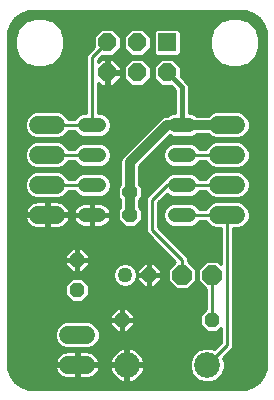
<source format=gbl>
G75*
G70*
%OFA0B0*%
%FSLAX24Y24*%
%IPPOS*%
%LPD*%
%AMOC8*
5,1,8,0,0,1.08239X$1,22.5*
%
%ADD10C,0.0480*%
%ADD11R,0.0600X0.0600*%
%ADD12OC8,0.0600*%
%ADD13OC8,0.0480*%
%ADD14OC8,0.0660*%
%ADD15OC8,0.0500*%
%ADD16C,0.0500*%
%ADD17C,0.0600*%
%ADD18C,0.0860*%
%ADD19C,0.0160*%
%ADD20C,0.0320*%
%ADD21C,0.0100*%
D10*
X002910Y006150D02*
X003390Y006150D01*
X003390Y007150D02*
X002910Y007150D01*
X002910Y008150D02*
X003390Y008150D01*
X003390Y009150D02*
X002910Y009150D01*
X005910Y009150D02*
X006390Y009150D01*
X006390Y008150D02*
X005910Y008150D01*
X005910Y007150D02*
X006390Y007150D01*
X006390Y006150D02*
X005910Y006150D01*
D11*
X005650Y011900D03*
D12*
X005650Y010900D03*
X004650Y010900D03*
X004650Y011900D03*
X003650Y011900D03*
X003650Y010900D03*
D13*
X002650Y004650D03*
X002650Y003650D03*
X004150Y002650D03*
X007150Y002650D03*
D14*
X007150Y004150D03*
X006150Y004150D03*
D15*
X005050Y004150D03*
X004400Y006150D03*
X004400Y006900D03*
D16*
X004250Y004150D03*
D17*
X002950Y002150D02*
X002350Y002150D01*
X002350Y001150D02*
X002950Y001150D01*
X001950Y006150D02*
X001350Y006150D01*
X001350Y007150D02*
X001950Y007150D01*
X001950Y008150D02*
X001350Y008150D01*
X001350Y009150D02*
X001950Y009150D01*
X007350Y009150D02*
X007950Y009150D01*
X007950Y008150D02*
X007350Y008150D01*
X007350Y007150D02*
X007950Y007150D01*
X007950Y006150D02*
X007350Y006150D01*
D18*
X006989Y001150D03*
X004311Y001150D03*
D19*
X006150Y009150D02*
X006150Y010400D01*
X005650Y010900D01*
D20*
X005650Y009150D02*
X006150Y009150D01*
X007650Y009150D01*
X005650Y009150D02*
X004400Y007900D01*
X004400Y006900D01*
X004400Y006150D01*
X005050Y004650D02*
X003400Y004650D01*
X003150Y004650D01*
X003400Y004650D02*
X003400Y002650D01*
D21*
X000584Y000584D02*
X000437Y000787D01*
X000360Y001025D01*
X000350Y001150D01*
X000350Y012150D01*
X000360Y012275D01*
X000437Y012513D01*
X000584Y012716D01*
X000787Y012863D01*
X001025Y012940D01*
X001150Y012950D01*
X008150Y012950D01*
X008275Y012940D01*
X008513Y012863D01*
X008716Y012716D01*
X008863Y012513D01*
X008940Y012275D01*
X008950Y012150D01*
X008950Y001150D01*
X008940Y001025D01*
X008863Y000787D01*
X008716Y000584D01*
X008513Y000437D01*
X008275Y000360D01*
X008150Y000350D01*
X001150Y000350D01*
X001025Y000360D01*
X000787Y000437D01*
X000584Y000584D01*
X000640Y000544D02*
X008660Y000544D01*
X008758Y000643D02*
X007279Y000643D01*
X007317Y000658D02*
X007480Y000821D01*
X007569Y001035D01*
X007569Y001265D01*
X007515Y001394D01*
X007733Y001611D01*
X007850Y001729D01*
X007850Y005700D01*
X008040Y005700D01*
X008205Y005769D01*
X008331Y005895D01*
X008400Y006060D01*
X008950Y006060D01*
X008950Y005962D02*
X008359Y005962D01*
X008400Y006060D02*
X008400Y006240D01*
X008331Y006405D01*
X008205Y006531D01*
X008040Y006600D01*
X007260Y006600D01*
X007095Y006531D01*
X006969Y006405D01*
X006946Y006350D01*
X006729Y006350D01*
X006721Y006371D01*
X006611Y006481D01*
X006468Y006540D01*
X005832Y006540D01*
X005689Y006481D01*
X005579Y006371D01*
X005520Y006228D01*
X005520Y006072D01*
X005579Y005929D01*
X005689Y005819D01*
X005832Y005760D01*
X006468Y005760D01*
X006611Y005819D01*
X006721Y005929D01*
X006729Y005950D01*
X006946Y005950D01*
X006969Y005895D01*
X007095Y005769D01*
X007260Y005700D01*
X007450Y005700D01*
X007450Y004529D01*
X007349Y004630D01*
X006951Y004630D01*
X006670Y004349D01*
X006670Y003951D01*
X006950Y003671D01*
X006950Y003002D01*
X006760Y002812D01*
X006760Y002488D01*
X006988Y002260D01*
X007312Y002260D01*
X007450Y002398D01*
X007450Y001894D01*
X007232Y001677D01*
X007104Y001730D01*
X006873Y001730D01*
X006660Y001642D01*
X006497Y001479D01*
X006409Y001265D01*
X006409Y001035D01*
X006497Y000821D01*
X006660Y000658D01*
X006873Y000570D01*
X007104Y000570D01*
X007317Y000658D01*
X007400Y000741D02*
X008830Y000741D01*
X008880Y000840D02*
X007488Y000840D01*
X007529Y000938D02*
X008912Y000938D01*
X008941Y001037D02*
X007569Y001037D01*
X007569Y001135D02*
X008949Y001135D01*
X008950Y001234D02*
X007569Y001234D01*
X007541Y001332D02*
X008950Y001332D01*
X008950Y001431D02*
X007552Y001431D01*
X007650Y001529D02*
X008950Y001529D01*
X008950Y001628D02*
X007749Y001628D01*
X007847Y001726D02*
X008950Y001726D01*
X008950Y001825D02*
X007850Y001825D01*
X007850Y001923D02*
X008950Y001923D01*
X008950Y002022D02*
X007850Y002022D01*
X007850Y002120D02*
X008950Y002120D01*
X008950Y002219D02*
X007850Y002219D01*
X007850Y002317D02*
X008950Y002317D01*
X008950Y002416D02*
X007850Y002416D01*
X007850Y002514D02*
X008950Y002514D01*
X008950Y002613D02*
X007850Y002613D01*
X007850Y002711D02*
X008950Y002711D01*
X008950Y002810D02*
X007850Y002810D01*
X007850Y002908D02*
X008950Y002908D01*
X008950Y003007D02*
X007850Y003007D01*
X007850Y003105D02*
X008950Y003105D01*
X008950Y003204D02*
X007850Y003204D01*
X007850Y003302D02*
X008950Y003302D01*
X008950Y003401D02*
X007850Y003401D01*
X007850Y003499D02*
X008950Y003499D01*
X008950Y003598D02*
X007850Y003598D01*
X007850Y003696D02*
X008950Y003696D01*
X008950Y003795D02*
X007850Y003795D01*
X007850Y003893D02*
X008950Y003893D01*
X008950Y003992D02*
X007850Y003992D01*
X007850Y004090D02*
X008950Y004090D01*
X008950Y004189D02*
X007850Y004189D01*
X007850Y004287D02*
X008950Y004287D01*
X008950Y004386D02*
X007850Y004386D01*
X007850Y004484D02*
X008950Y004484D01*
X008950Y004583D02*
X007850Y004583D01*
X007850Y004681D02*
X008950Y004681D01*
X008950Y004780D02*
X007850Y004780D01*
X007850Y004878D02*
X008950Y004878D01*
X008950Y004977D02*
X007850Y004977D01*
X007850Y005075D02*
X008950Y005075D01*
X008950Y005174D02*
X007850Y005174D01*
X007850Y005272D02*
X008950Y005272D01*
X008950Y005371D02*
X007850Y005371D01*
X007850Y005469D02*
X008950Y005469D01*
X008950Y005568D02*
X007850Y005568D01*
X007850Y005666D02*
X008950Y005666D01*
X008950Y005765D02*
X008195Y005765D01*
X008299Y005863D02*
X008950Y005863D01*
X008950Y006159D02*
X008400Y006159D01*
X008393Y006257D02*
X008950Y006257D01*
X008950Y006356D02*
X008352Y006356D01*
X008282Y006454D02*
X008950Y006454D01*
X008950Y006553D02*
X008154Y006553D01*
X008040Y006700D02*
X008205Y006769D01*
X008331Y006895D01*
X008400Y007060D01*
X008400Y007240D01*
X008331Y007405D01*
X008205Y007531D01*
X008040Y007600D01*
X007260Y007600D01*
X007095Y007531D01*
X006969Y007405D01*
X006946Y007350D01*
X006729Y007350D01*
X006721Y007371D01*
X006611Y007481D01*
X006468Y007540D01*
X005832Y007540D01*
X005689Y007481D01*
X005579Y007371D01*
X005571Y007350D01*
X005567Y007350D01*
X005450Y007233D01*
X004950Y006733D01*
X004950Y005567D01*
X005067Y005450D01*
X005919Y004598D01*
X005670Y004349D01*
X005670Y003951D01*
X005951Y003670D01*
X006349Y003670D01*
X006630Y003951D01*
X006630Y004349D01*
X006350Y004629D01*
X006350Y004733D01*
X005350Y005733D01*
X005350Y006567D01*
X005646Y006863D01*
X005689Y006819D01*
X005832Y006760D01*
X006468Y006760D01*
X006611Y006819D01*
X006721Y006929D01*
X006729Y006950D01*
X006946Y006950D01*
X006969Y006895D01*
X007095Y006769D01*
X007260Y006700D01*
X008040Y006700D01*
X008159Y006750D02*
X008950Y006750D01*
X008950Y006848D02*
X008284Y006848D01*
X008353Y006947D02*
X008950Y006947D01*
X008950Y007045D02*
X008394Y007045D01*
X008400Y007144D02*
X008950Y007144D01*
X008950Y007242D02*
X008399Y007242D01*
X008358Y007341D02*
X008950Y007341D01*
X008950Y007439D02*
X008297Y007439D01*
X008190Y007538D02*
X008950Y007538D01*
X008950Y007636D02*
X004710Y007636D01*
X004710Y007538D02*
X005826Y007538D01*
X005647Y007439D02*
X004710Y007439D01*
X004710Y007341D02*
X005558Y007341D01*
X005459Y007242D02*
X004710Y007242D01*
X004710Y007156D02*
X004710Y007772D01*
X005738Y008799D01*
X005832Y008760D01*
X006468Y008760D01*
X006611Y008819D01*
X006632Y008840D01*
X007024Y008840D01*
X007095Y008769D01*
X007260Y008700D01*
X008040Y008700D01*
X008205Y008769D01*
X008331Y008895D01*
X008400Y009060D01*
X008400Y009240D01*
X008331Y009405D01*
X008205Y009531D01*
X008040Y009600D01*
X007260Y009600D01*
X007095Y009531D01*
X007024Y009460D01*
X006632Y009460D01*
X006611Y009481D01*
X006468Y009540D01*
X006380Y009540D01*
X006380Y010495D01*
X006245Y010630D01*
X006100Y010775D01*
X006100Y011086D01*
X005836Y011350D01*
X005464Y011350D01*
X005200Y011086D01*
X005200Y010714D01*
X005464Y010450D01*
X005775Y010450D01*
X005920Y010305D01*
X005920Y009540D01*
X005832Y009540D01*
X005689Y009481D01*
X005668Y009460D01*
X005588Y009460D01*
X005474Y009413D01*
X005387Y009326D01*
X005387Y009326D01*
X004224Y008163D01*
X004137Y008076D01*
X004090Y007962D01*
X004090Y007156D01*
X004000Y007066D01*
X004000Y006734D01*
X004090Y006644D01*
X004090Y006406D01*
X004000Y006316D01*
X004000Y005984D01*
X004234Y005750D01*
X004566Y005750D01*
X004800Y005984D01*
X004800Y006316D01*
X004710Y006406D01*
X004710Y006644D01*
X004800Y006734D01*
X004800Y007066D01*
X004710Y007156D01*
X004722Y007144D02*
X005361Y007144D01*
X005262Y007045D02*
X004800Y007045D01*
X004800Y006947D02*
X005164Y006947D01*
X005065Y006848D02*
X004800Y006848D01*
X004800Y006750D02*
X004967Y006750D01*
X004950Y006651D02*
X004717Y006651D01*
X004710Y006553D02*
X004950Y006553D01*
X004950Y006454D02*
X004710Y006454D01*
X004760Y006356D02*
X004950Y006356D01*
X004950Y006257D02*
X004800Y006257D01*
X004800Y006159D02*
X004950Y006159D01*
X004950Y006060D02*
X004800Y006060D01*
X004777Y005962D02*
X004950Y005962D01*
X004950Y005863D02*
X004679Y005863D01*
X004580Y005765D02*
X004950Y005765D01*
X004950Y005666D02*
X000350Y005666D01*
X000350Y005568D02*
X004950Y005568D01*
X005048Y005469D02*
X000350Y005469D01*
X000350Y005371D02*
X005147Y005371D01*
X005245Y005272D02*
X000350Y005272D01*
X000350Y005174D02*
X005344Y005174D01*
X005442Y005075D02*
X000350Y005075D01*
X000350Y004977D02*
X002425Y004977D01*
X002488Y005040D02*
X002260Y004812D01*
X002260Y004680D01*
X002620Y004680D01*
X002620Y005040D01*
X002488Y005040D01*
X002326Y004878D02*
X000350Y004878D01*
X000350Y004780D02*
X002260Y004780D01*
X002260Y004681D02*
X000350Y004681D01*
X000350Y004583D02*
X002260Y004583D01*
X002260Y004620D02*
X002260Y004488D01*
X002488Y004260D01*
X002620Y004260D01*
X002620Y004620D01*
X002260Y004620D01*
X002264Y004484D02*
X000350Y004484D01*
X000350Y004386D02*
X002363Y004386D01*
X002461Y004287D02*
X000350Y004287D01*
X000350Y004189D02*
X003850Y004189D01*
X003850Y004230D02*
X003850Y004070D01*
X003911Y003923D01*
X004023Y003811D01*
X004170Y003750D01*
X004330Y003750D01*
X004477Y003811D01*
X004589Y003923D01*
X004650Y004070D01*
X004650Y004230D01*
X004589Y004377D01*
X004477Y004489D01*
X004330Y004550D01*
X004170Y004550D01*
X004023Y004489D01*
X003911Y004377D01*
X003850Y004230D01*
X003874Y004287D02*
X002839Y004287D01*
X002812Y004260D02*
X003040Y004488D01*
X003040Y004620D01*
X002680Y004620D01*
X002680Y004680D01*
X002620Y004680D01*
X002620Y004620D01*
X002680Y004620D01*
X002680Y004260D01*
X002812Y004260D01*
X002937Y004386D02*
X003920Y004386D01*
X004018Y004484D02*
X003036Y004484D01*
X003040Y004583D02*
X005904Y004583D01*
X005836Y004681D02*
X003040Y004681D01*
X003040Y004680D02*
X003040Y004812D01*
X002812Y005040D01*
X002680Y005040D01*
X002680Y004680D01*
X003040Y004680D01*
X003040Y004780D02*
X005738Y004780D01*
X005639Y004878D02*
X002974Y004878D01*
X002875Y004977D02*
X005541Y004977D01*
X005811Y005272D02*
X007450Y005272D01*
X007450Y005174D02*
X005909Y005174D01*
X006008Y005075D02*
X007450Y005075D01*
X007450Y004977D02*
X006106Y004977D01*
X006205Y004878D02*
X007450Y004878D01*
X007450Y004780D02*
X006303Y004780D01*
X006350Y004681D02*
X007450Y004681D01*
X007450Y004583D02*
X007396Y004583D01*
X007150Y004150D02*
X007150Y002650D01*
X006931Y002317D02*
X004369Y002317D01*
X004312Y002260D02*
X004540Y002488D01*
X004540Y002620D01*
X004180Y002620D01*
X004180Y002680D01*
X004540Y002680D01*
X004540Y002812D01*
X004312Y003040D01*
X004180Y003040D01*
X004180Y002680D01*
X004120Y002680D01*
X004120Y003040D01*
X003988Y003040D01*
X003760Y002812D01*
X003760Y002680D01*
X004120Y002680D01*
X004120Y002620D01*
X004180Y002620D01*
X004180Y002260D01*
X004312Y002260D01*
X004180Y002317D02*
X004120Y002317D01*
X004120Y002260D02*
X004120Y002620D01*
X003760Y002620D01*
X003760Y002488D01*
X003988Y002260D01*
X004120Y002260D01*
X004120Y002416D02*
X004180Y002416D01*
X004180Y002514D02*
X004120Y002514D01*
X004120Y002613D02*
X004180Y002613D01*
X004150Y002650D02*
X003650Y002650D01*
X003400Y002650D01*
X003205Y002531D02*
X003331Y002405D01*
X003400Y002240D01*
X003400Y002060D01*
X003331Y001895D01*
X003205Y001769D01*
X003040Y001700D01*
X002260Y001700D01*
X002095Y001769D01*
X001969Y001895D01*
X001900Y002060D01*
X001900Y002240D01*
X001969Y002405D01*
X002095Y002531D01*
X002260Y002600D01*
X003040Y002600D01*
X003205Y002531D01*
X003222Y002514D02*
X003760Y002514D01*
X003760Y002613D02*
X000350Y002613D01*
X000350Y002711D02*
X003760Y002711D01*
X003760Y002810D02*
X000350Y002810D01*
X000350Y002908D02*
X003856Y002908D01*
X003955Y003007D02*
X000350Y003007D01*
X000350Y003105D02*
X006950Y003105D01*
X006950Y003007D02*
X004345Y003007D01*
X004444Y002908D02*
X006856Y002908D01*
X006760Y002810D02*
X004540Y002810D01*
X004540Y002711D02*
X006760Y002711D01*
X006760Y002613D02*
X004540Y002613D01*
X004540Y002514D02*
X006760Y002514D01*
X006833Y002416D02*
X004467Y002416D01*
X004180Y002711D02*
X004120Y002711D01*
X004120Y002810D02*
X004180Y002810D01*
X004180Y002908D02*
X004120Y002908D01*
X004120Y003007D02*
X004180Y003007D01*
X003833Y002416D02*
X003321Y002416D01*
X003368Y002317D02*
X003931Y002317D01*
X003650Y002650D02*
X003650Y001150D01*
X002650Y001150D01*
X002700Y001135D02*
X004261Y001135D01*
X004261Y001100D02*
X003732Y001100D01*
X003746Y001014D01*
X003774Y000927D01*
X003815Y000846D01*
X003869Y000772D01*
X003934Y000708D01*
X004007Y000654D01*
X004089Y000612D01*
X004176Y000584D01*
X004261Y000571D01*
X004261Y001100D01*
X004261Y001200D01*
X003732Y001200D01*
X003746Y001286D01*
X003774Y001373D01*
X003815Y001454D01*
X003869Y001528D01*
X003934Y001592D01*
X004007Y001646D01*
X004089Y001688D01*
X004176Y001716D01*
X004261Y001729D01*
X004261Y001200D01*
X004361Y001200D01*
X004361Y001729D01*
X004447Y001716D01*
X004534Y001688D01*
X004615Y001646D01*
X004689Y001592D01*
X004754Y001528D01*
X004807Y001454D01*
X004849Y001373D01*
X004877Y001286D01*
X004891Y001200D01*
X004361Y001200D01*
X004361Y001100D01*
X004361Y000571D01*
X004447Y000584D01*
X004534Y000612D01*
X004615Y000654D01*
X004689Y000708D01*
X004754Y000772D01*
X004807Y000846D01*
X004849Y000927D01*
X004877Y001014D01*
X004891Y001100D01*
X004361Y001100D01*
X004261Y001100D01*
X004261Y001037D02*
X004361Y001037D01*
X004361Y001135D02*
X006409Y001135D01*
X006409Y001037D02*
X004881Y001037D01*
X004852Y000938D02*
X006449Y000938D01*
X006489Y000840D02*
X004803Y000840D01*
X004723Y000741D02*
X006577Y000741D01*
X006698Y000643D02*
X004593Y000643D01*
X004361Y000643D02*
X004261Y000643D01*
X004261Y000741D02*
X004361Y000741D01*
X004361Y000840D02*
X004261Y000840D01*
X004261Y000938D02*
X004361Y000938D01*
X004311Y001150D02*
X003650Y001150D01*
X003737Y001234D02*
X003392Y001234D01*
X003389Y001255D02*
X003367Y001323D01*
X003335Y001386D01*
X003293Y001443D01*
X003243Y001493D01*
X003186Y001535D01*
X003123Y001567D01*
X003055Y001589D01*
X002985Y001600D01*
X002700Y001600D01*
X002700Y001200D01*
X002600Y001200D01*
X002600Y001600D01*
X002315Y001600D01*
X002245Y001589D01*
X002177Y001567D01*
X002114Y001535D01*
X002057Y001493D01*
X002007Y001443D01*
X001965Y001386D01*
X001933Y001323D01*
X001911Y001255D01*
X001902Y001200D01*
X002600Y001200D01*
X002600Y001100D01*
X002700Y001100D01*
X002700Y001200D01*
X003398Y001200D01*
X003389Y001255D01*
X003362Y001332D02*
X003761Y001332D01*
X003803Y001431D02*
X003302Y001431D01*
X003194Y001529D02*
X003870Y001529D01*
X003982Y001628D02*
X000350Y001628D01*
X000350Y001726D02*
X002198Y001726D01*
X002106Y001529D02*
X000350Y001529D01*
X000350Y001431D02*
X001998Y001431D01*
X001938Y001332D02*
X000350Y001332D01*
X000350Y001234D02*
X001908Y001234D01*
X001902Y001100D02*
X001911Y001045D01*
X001933Y000977D01*
X001965Y000914D01*
X002007Y000857D01*
X002057Y000807D01*
X002114Y000765D01*
X002177Y000733D01*
X002245Y000711D01*
X002315Y000700D01*
X002600Y000700D01*
X002600Y001100D01*
X001902Y001100D01*
X001914Y001037D02*
X000359Y001037D01*
X000351Y001135D02*
X002600Y001135D01*
X002600Y001037D02*
X002700Y001037D01*
X002700Y001100D02*
X002700Y000700D01*
X002985Y000700D01*
X003055Y000711D01*
X003123Y000733D01*
X003186Y000765D01*
X003243Y000807D01*
X003293Y000857D01*
X003335Y000914D01*
X003367Y000977D01*
X003389Y001045D01*
X003398Y001100D01*
X002700Y001100D01*
X002700Y001234D02*
X002600Y001234D01*
X002600Y001332D02*
X002700Y001332D01*
X002700Y001431D02*
X002600Y001431D01*
X002600Y001529D02*
X002700Y001529D01*
X003102Y001726D02*
X004241Y001726D01*
X004261Y001726D02*
X004361Y001726D01*
X004382Y001726D02*
X006864Y001726D01*
X006646Y001628D02*
X004641Y001628D01*
X004753Y001529D02*
X006547Y001529D01*
X006477Y001431D02*
X004819Y001431D01*
X004862Y001332D02*
X006436Y001332D01*
X006409Y001234D02*
X004885Y001234D01*
X004361Y001234D02*
X004261Y001234D01*
X004261Y001332D02*
X004361Y001332D01*
X004361Y001431D02*
X004261Y001431D01*
X004261Y001529D02*
X004361Y001529D01*
X004361Y001628D02*
X004261Y001628D01*
X003742Y001037D02*
X003386Y001037D01*
X003347Y000938D02*
X003770Y000938D01*
X003820Y000840D02*
X003276Y000840D01*
X003139Y000741D02*
X003900Y000741D01*
X004030Y000643D02*
X000542Y000643D01*
X000470Y000741D02*
X002161Y000741D01*
X002024Y000840D02*
X000420Y000840D01*
X000388Y000938D02*
X001953Y000938D01*
X002600Y000938D02*
X002700Y000938D01*
X002700Y000840D02*
X002600Y000840D01*
X002600Y000741D02*
X002700Y000741D01*
X003261Y001825D02*
X007380Y001825D01*
X007450Y001923D02*
X003343Y001923D01*
X003384Y002022D02*
X007450Y002022D01*
X007450Y002120D02*
X003400Y002120D01*
X003400Y002219D02*
X007450Y002219D01*
X007450Y002317D02*
X007369Y002317D01*
X007650Y001811D02*
X007650Y006150D01*
X006150Y006150D01*
X006478Y005765D02*
X007105Y005765D01*
X007001Y005863D02*
X006655Y005863D01*
X006727Y006356D02*
X006948Y006356D01*
X007018Y006454D02*
X006638Y006454D01*
X006640Y006848D02*
X007016Y006848D01*
X006947Y006947D02*
X006728Y006947D01*
X006653Y007439D02*
X007003Y007439D01*
X007110Y007538D02*
X006474Y007538D01*
X006468Y007760D02*
X006611Y007819D01*
X006721Y007929D01*
X006729Y007950D01*
X006946Y007950D01*
X006969Y007895D01*
X007095Y007769D01*
X007260Y007700D01*
X008040Y007700D01*
X008205Y007769D01*
X008331Y007895D01*
X008400Y008060D01*
X008400Y008240D01*
X008331Y008405D01*
X008205Y008531D01*
X008040Y008600D01*
X007260Y008600D01*
X007095Y008531D01*
X006969Y008405D01*
X006946Y008350D01*
X006729Y008350D01*
X006721Y008371D01*
X006611Y008481D01*
X006468Y008540D01*
X005832Y008540D01*
X005689Y008481D01*
X005579Y008371D01*
X005520Y008228D01*
X005520Y008072D01*
X005579Y007929D01*
X005689Y007819D01*
X005832Y007760D01*
X006468Y007760D01*
X006625Y007833D02*
X007031Y007833D01*
X006953Y007932D02*
X006722Y007932D01*
X006668Y008424D02*
X006988Y008424D01*
X007086Y008523D02*
X006510Y008523D01*
X006608Y008818D02*
X007046Y008818D01*
X007213Y008720D02*
X005658Y008720D01*
X005559Y008621D02*
X008950Y008621D01*
X008950Y008523D02*
X008214Y008523D01*
X008312Y008424D02*
X008950Y008424D01*
X008950Y008326D02*
X008364Y008326D01*
X008400Y008227D02*
X008950Y008227D01*
X008950Y008129D02*
X008400Y008129D01*
X008387Y008030D02*
X008950Y008030D01*
X008950Y007932D02*
X008347Y007932D01*
X008269Y007833D02*
X008950Y007833D01*
X008950Y007735D02*
X008123Y007735D01*
X007650Y008150D02*
X006150Y008150D01*
X005790Y008523D02*
X005461Y008523D01*
X005362Y008424D02*
X005632Y008424D01*
X005561Y008326D02*
X005264Y008326D01*
X005165Y008227D02*
X005520Y008227D01*
X005520Y008129D02*
X005067Y008129D01*
X004968Y008030D02*
X005538Y008030D01*
X005578Y007932D02*
X004870Y007932D01*
X004771Y007833D02*
X005675Y007833D01*
X005650Y007150D02*
X006150Y007150D01*
X007650Y007150D01*
X007177Y007735D02*
X004710Y007735D01*
X004289Y008227D02*
X003780Y008227D01*
X003780Y008228D02*
X003721Y008371D01*
X003611Y008481D01*
X003468Y008540D01*
X002832Y008540D01*
X002689Y008481D01*
X002579Y008371D01*
X002571Y008350D01*
X002354Y008350D01*
X002331Y008405D01*
X002205Y008531D01*
X002040Y008600D01*
X001260Y008600D01*
X001095Y008531D01*
X000969Y008405D01*
X000900Y008240D01*
X000900Y008060D01*
X000969Y007895D01*
X001095Y007769D01*
X001260Y007700D01*
X002040Y007700D01*
X002205Y007769D01*
X002331Y007895D01*
X002354Y007950D01*
X002571Y007950D01*
X002579Y007929D01*
X002689Y007819D01*
X002832Y007760D01*
X003468Y007760D01*
X003611Y007819D01*
X003721Y007929D01*
X003780Y008072D01*
X003780Y008228D01*
X003780Y008129D02*
X004190Y008129D01*
X004224Y008163D02*
X004224Y008163D01*
X004118Y008030D02*
X003762Y008030D01*
X003722Y007932D02*
X004090Y007932D01*
X004090Y007833D02*
X003625Y007833D01*
X003474Y007538D02*
X004090Y007538D01*
X004090Y007636D02*
X000350Y007636D01*
X000350Y007538D02*
X001110Y007538D01*
X001095Y007531D02*
X000969Y007405D01*
X000900Y007240D01*
X000900Y007060D01*
X000969Y006895D01*
X001095Y006769D01*
X001260Y006700D01*
X002040Y006700D01*
X002205Y006769D01*
X002331Y006895D01*
X002354Y006950D01*
X002571Y006950D01*
X002579Y006929D01*
X002689Y006819D01*
X002832Y006760D01*
X003468Y006760D01*
X003611Y006819D01*
X003721Y006929D01*
X003780Y007072D01*
X003780Y007228D01*
X003721Y007371D01*
X003611Y007481D01*
X003468Y007540D01*
X002832Y007540D01*
X002689Y007481D01*
X002579Y007371D01*
X002571Y007350D01*
X002354Y007350D01*
X002331Y007405D01*
X002205Y007531D01*
X002040Y007600D01*
X001260Y007600D01*
X001095Y007531D01*
X001003Y007439D02*
X000350Y007439D01*
X000350Y007341D02*
X000942Y007341D01*
X000901Y007242D02*
X000350Y007242D01*
X000350Y007144D02*
X000900Y007144D01*
X000906Y007045D02*
X000350Y007045D01*
X000350Y006947D02*
X000947Y006947D01*
X001016Y006848D02*
X000350Y006848D01*
X000350Y006750D02*
X001141Y006750D01*
X001177Y006567D02*
X001114Y006535D01*
X001057Y006493D01*
X001007Y006443D01*
X000965Y006386D01*
X000933Y006323D01*
X000911Y006255D01*
X000902Y006200D01*
X001600Y006200D01*
X001600Y006600D01*
X001315Y006600D01*
X001245Y006589D01*
X001177Y006567D01*
X001149Y006553D02*
X000350Y006553D01*
X000350Y006651D02*
X004083Y006651D01*
X004090Y006553D02*
X002151Y006553D01*
X002123Y006567D02*
X002186Y006535D01*
X002243Y006493D01*
X002293Y006443D01*
X002335Y006386D01*
X002367Y006323D01*
X002389Y006255D01*
X002398Y006200D01*
X001700Y006200D01*
X001600Y006200D01*
X001600Y006100D01*
X001700Y006100D01*
X001700Y006200D01*
X001700Y006600D01*
X001985Y006600D01*
X002055Y006589D01*
X002123Y006567D01*
X002159Y006750D02*
X004000Y006750D01*
X004000Y006848D02*
X003640Y006848D01*
X003728Y006947D02*
X004000Y006947D01*
X004000Y007045D02*
X003769Y007045D01*
X003780Y007144D02*
X004078Y007144D01*
X004090Y007242D02*
X003774Y007242D01*
X003733Y007341D02*
X004090Y007341D01*
X004090Y007439D02*
X003653Y007439D01*
X004090Y007735D02*
X002123Y007735D01*
X002269Y007833D02*
X002675Y007833D01*
X002578Y007932D02*
X002347Y007932D01*
X002190Y007538D02*
X002826Y007538D01*
X002647Y007439D02*
X002297Y007439D01*
X002353Y006947D02*
X002572Y006947D01*
X002660Y006848D02*
X002284Y006848D01*
X002282Y006454D02*
X002663Y006454D01*
X002661Y006453D02*
X002607Y006399D01*
X002564Y006335D01*
X002535Y006264D01*
X002520Y006188D01*
X002520Y006180D01*
X003120Y006180D01*
X003120Y006540D01*
X002872Y006540D01*
X002796Y006525D01*
X002725Y006496D01*
X002661Y006453D01*
X002578Y006356D02*
X002350Y006356D01*
X002388Y006257D02*
X002534Y006257D01*
X002520Y006120D02*
X002520Y006112D01*
X002535Y006036D01*
X002564Y005965D01*
X002607Y005901D01*
X002661Y005847D01*
X002725Y005804D01*
X002796Y005775D01*
X002872Y005760D01*
X003120Y005760D01*
X003120Y006120D01*
X003180Y006120D01*
X003180Y006180D01*
X003120Y006180D01*
X003120Y006120D01*
X002520Y006120D01*
X002530Y006060D02*
X002391Y006060D01*
X002389Y006045D02*
X002398Y006100D01*
X001700Y006100D01*
X001700Y005700D01*
X001985Y005700D01*
X002055Y005711D01*
X002123Y005733D01*
X002186Y005765D01*
X002243Y005807D01*
X002293Y005857D01*
X002335Y005914D01*
X002367Y005977D01*
X002389Y006045D01*
X002359Y005962D02*
X002567Y005962D01*
X002645Y005863D02*
X002298Y005863D01*
X002185Y005765D02*
X002849Y005765D01*
X003120Y005765D02*
X003180Y005765D01*
X003180Y005760D02*
X003428Y005760D01*
X003504Y005775D01*
X003575Y005804D01*
X003639Y005847D01*
X003693Y005901D01*
X003736Y005965D01*
X003765Y006036D01*
X003780Y006112D01*
X003780Y006120D01*
X003180Y006120D01*
X003180Y005760D01*
X003180Y005863D02*
X003120Y005863D01*
X003120Y005962D02*
X003180Y005962D01*
X003180Y006060D02*
X003120Y006060D01*
X003150Y006150D02*
X003150Y004650D01*
X002650Y004650D01*
X002620Y004681D02*
X002680Y004681D01*
X002680Y004583D02*
X002620Y004583D01*
X002620Y004484D02*
X002680Y004484D01*
X002680Y004386D02*
X002620Y004386D01*
X002620Y004287D02*
X002680Y004287D01*
X002812Y004040D02*
X002488Y004040D01*
X002260Y003812D01*
X002260Y003488D01*
X002488Y003260D01*
X002812Y003260D01*
X003040Y003488D01*
X003040Y003812D01*
X002812Y004040D01*
X002860Y003992D02*
X003883Y003992D01*
X003850Y004090D02*
X000350Y004090D01*
X000350Y003992D02*
X002440Y003992D01*
X002341Y003893D02*
X000350Y003893D01*
X000350Y003795D02*
X002260Y003795D01*
X002260Y003696D02*
X000350Y003696D01*
X000350Y003598D02*
X002260Y003598D01*
X002260Y003499D02*
X000350Y003499D01*
X000350Y003401D02*
X002348Y003401D01*
X002446Y003302D02*
X000350Y003302D01*
X000350Y003204D02*
X006950Y003204D01*
X006950Y003302D02*
X002854Y003302D01*
X002952Y003401D02*
X006950Y003401D01*
X006950Y003499D02*
X003040Y003499D01*
X003040Y003598D02*
X006950Y003598D01*
X006925Y003696D02*
X006375Y003696D01*
X006473Y003795D02*
X006827Y003795D01*
X006728Y003893D02*
X006572Y003893D01*
X006630Y003992D02*
X006670Y003992D01*
X006670Y004090D02*
X006630Y004090D01*
X006630Y004189D02*
X006670Y004189D01*
X006670Y004287D02*
X006630Y004287D01*
X006593Y004386D02*
X006707Y004386D01*
X006805Y004484D02*
X006495Y004484D01*
X006396Y004583D02*
X006904Y004583D01*
X007450Y005371D02*
X005712Y005371D01*
X005614Y005469D02*
X007450Y005469D01*
X007450Y005568D02*
X005515Y005568D01*
X005417Y005666D02*
X007450Y005666D01*
X007146Y006553D02*
X005350Y006553D01*
X005350Y006454D02*
X005662Y006454D01*
X005573Y006356D02*
X005350Y006356D01*
X005350Y006257D02*
X005532Y006257D01*
X005520Y006159D02*
X005350Y006159D01*
X005350Y006060D02*
X005525Y006060D01*
X005566Y005962D02*
X005350Y005962D01*
X005350Y005863D02*
X005645Y005863D01*
X005822Y005765D02*
X005350Y005765D01*
X005150Y005650D02*
X005150Y006650D01*
X005650Y007150D01*
X005631Y006848D02*
X005660Y006848D01*
X005532Y006750D02*
X007141Y006750D01*
X008087Y008720D02*
X008950Y008720D01*
X008950Y008818D02*
X008254Y008818D01*
X008340Y008917D02*
X008950Y008917D01*
X008950Y009015D02*
X008381Y009015D01*
X008400Y009114D02*
X008950Y009114D01*
X008950Y009212D02*
X008400Y009212D01*
X008371Y009311D02*
X008950Y009311D01*
X008950Y009409D02*
X008327Y009409D01*
X008229Y009508D02*
X008950Y009508D01*
X008950Y009606D02*
X006380Y009606D01*
X006380Y009705D02*
X008950Y009705D01*
X008950Y009803D02*
X006380Y009803D01*
X006380Y009902D02*
X008950Y009902D01*
X008950Y010000D02*
X006380Y010000D01*
X006380Y010099D02*
X008950Y010099D01*
X008950Y010197D02*
X006380Y010197D01*
X006380Y010296D02*
X008950Y010296D01*
X008950Y010394D02*
X006380Y010394D01*
X006380Y010493D02*
X008950Y010493D01*
X008950Y010591D02*
X006284Y010591D01*
X006186Y010690D02*
X008950Y010690D01*
X008950Y010788D02*
X006100Y010788D01*
X006100Y010887D02*
X008950Y010887D01*
X008950Y010985D02*
X006100Y010985D01*
X006100Y011084D02*
X007702Y011084D01*
X007735Y011070D02*
X008065Y011070D01*
X008370Y011196D01*
X008604Y011430D01*
X008730Y011735D01*
X008730Y012065D01*
X008604Y012370D01*
X008370Y012604D01*
X008065Y012730D01*
X007735Y012730D01*
X007430Y012604D01*
X007196Y012370D01*
X007070Y012065D01*
X007070Y011735D01*
X007196Y011430D01*
X007430Y011196D01*
X007735Y011070D01*
X007465Y011182D02*
X006004Y011182D01*
X005906Y011281D02*
X007346Y011281D01*
X007247Y011379D02*
X003412Y011379D01*
X003464Y011350D02*
X003350Y011236D01*
X003350Y011317D01*
X003483Y011450D01*
X003836Y011450D01*
X004100Y011714D01*
X004100Y012086D01*
X003836Y012350D01*
X003464Y012350D01*
X003200Y012086D01*
X003200Y011733D01*
X003067Y011600D01*
X002950Y011483D01*
X002950Y009540D01*
X002832Y009540D01*
X002689Y009481D01*
X002579Y009371D01*
X002571Y009350D01*
X002354Y009350D01*
X002331Y009405D01*
X002205Y009531D01*
X002040Y009600D01*
X001260Y009600D01*
X001095Y009531D01*
X000969Y009405D01*
X000900Y009240D01*
X000900Y009060D01*
X000969Y008895D01*
X001095Y008769D01*
X001260Y008700D01*
X002040Y008700D01*
X002205Y008769D01*
X002331Y008895D01*
X002354Y008950D01*
X002571Y008950D01*
X002579Y008929D01*
X002689Y008819D01*
X002832Y008760D01*
X003468Y008760D01*
X003611Y008819D01*
X003721Y008929D01*
X003780Y009072D01*
X003780Y009228D01*
X003721Y009371D01*
X003611Y009481D01*
X003468Y009540D01*
X003350Y009540D01*
X003350Y010564D01*
X003464Y010450D01*
X003600Y010450D01*
X003600Y010850D01*
X003700Y010850D01*
X003700Y010950D01*
X003600Y010950D01*
X003600Y011350D01*
X003464Y011350D01*
X003394Y011281D02*
X003350Y011281D01*
X003600Y011281D02*
X003700Y011281D01*
X003700Y011350D02*
X003700Y010950D01*
X004100Y010950D01*
X004100Y011086D01*
X003836Y011350D01*
X003700Y011350D01*
X003700Y011182D02*
X003600Y011182D01*
X003600Y011084D02*
X003700Y011084D01*
X003700Y010985D02*
X003600Y010985D01*
X003650Y010900D02*
X003650Y010400D01*
X003900Y010150D01*
X003900Y006150D01*
X003150Y006150D01*
X001650Y006150D01*
X001700Y006159D02*
X003120Y006159D01*
X003180Y006159D02*
X004000Y006159D01*
X004000Y006257D02*
X003766Y006257D01*
X003765Y006264D02*
X003736Y006335D01*
X003693Y006399D01*
X003639Y006453D01*
X003575Y006496D01*
X003504Y006525D01*
X003428Y006540D01*
X003180Y006540D01*
X003180Y006180D01*
X003780Y006180D01*
X003780Y006188D01*
X003765Y006264D01*
X003722Y006356D02*
X004040Y006356D01*
X004090Y006454D02*
X003637Y006454D01*
X003770Y006060D02*
X004000Y006060D01*
X004023Y005962D02*
X003733Y005962D01*
X003655Y005863D02*
X004121Y005863D01*
X004220Y005765D02*
X003451Y005765D01*
X003180Y006257D02*
X003120Y006257D01*
X003120Y006356D02*
X003180Y006356D01*
X003180Y006454D02*
X003120Y006454D01*
X003150Y007150D02*
X001650Y007150D01*
X001600Y006553D02*
X001700Y006553D01*
X001700Y006454D02*
X001600Y006454D01*
X001600Y006356D02*
X001700Y006356D01*
X001700Y006257D02*
X001600Y006257D01*
X001600Y006159D02*
X000350Y006159D01*
X000350Y006257D02*
X000912Y006257D01*
X000950Y006356D02*
X000350Y006356D01*
X000350Y006454D02*
X001018Y006454D01*
X000902Y006100D02*
X000911Y006045D01*
X000933Y005977D01*
X000965Y005914D01*
X001007Y005857D01*
X001057Y005807D01*
X001114Y005765D01*
X001177Y005733D01*
X001245Y005711D01*
X001315Y005700D01*
X001600Y005700D01*
X001600Y006100D01*
X000902Y006100D01*
X000909Y006060D02*
X000350Y006060D01*
X000350Y005962D02*
X000941Y005962D01*
X001002Y005863D02*
X000350Y005863D01*
X000350Y005765D02*
X001115Y005765D01*
X001600Y005765D02*
X001700Y005765D01*
X001700Y005863D02*
X001600Y005863D01*
X001600Y005962D02*
X001700Y005962D01*
X001700Y006060D02*
X001600Y006060D01*
X002620Y004977D02*
X002680Y004977D01*
X002680Y004878D02*
X002620Y004878D01*
X002620Y004780D02*
X002680Y004780D01*
X002959Y003893D02*
X003941Y003893D01*
X004063Y003795D02*
X003040Y003795D01*
X003040Y003696D02*
X005925Y003696D01*
X005827Y003795D02*
X005260Y003795D01*
X005216Y003750D02*
X005450Y003984D01*
X005450Y004120D01*
X005080Y004120D01*
X005080Y004180D01*
X005450Y004180D01*
X005450Y004316D01*
X005216Y004550D01*
X005080Y004550D01*
X005080Y004180D01*
X005020Y004180D01*
X005020Y004550D01*
X004884Y004550D01*
X004650Y004316D01*
X004650Y004180D01*
X005020Y004180D01*
X005020Y004120D01*
X005080Y004120D01*
X005080Y003750D01*
X005216Y003750D01*
X005359Y003893D02*
X005728Y003893D01*
X005670Y003992D02*
X005450Y003992D01*
X005450Y004090D02*
X005670Y004090D01*
X005670Y004189D02*
X005450Y004189D01*
X005450Y004287D02*
X005670Y004287D01*
X005707Y004386D02*
X005380Y004386D01*
X005282Y004484D02*
X005805Y004484D01*
X006150Y004650D02*
X006150Y004150D01*
X006150Y004650D02*
X005150Y005650D01*
X005050Y004650D02*
X005050Y004150D01*
X005020Y004120D02*
X005020Y003750D01*
X004884Y003750D01*
X004650Y003984D01*
X004650Y004120D01*
X005020Y004120D01*
X005020Y004090D02*
X005080Y004090D01*
X005080Y003992D02*
X005020Y003992D01*
X005020Y003893D02*
X005080Y003893D01*
X005080Y003795D02*
X005020Y003795D01*
X004840Y003795D02*
X004437Y003795D01*
X004559Y003893D02*
X004741Y003893D01*
X004650Y003992D02*
X004617Y003992D01*
X004650Y004090D02*
X004650Y004090D01*
X004650Y004189D02*
X004650Y004189D01*
X004650Y004287D02*
X004626Y004287D01*
X004580Y004386D02*
X004720Y004386D01*
X004818Y004484D02*
X004482Y004484D01*
X005020Y004484D02*
X005080Y004484D01*
X005080Y004386D02*
X005020Y004386D01*
X005020Y004287D02*
X005080Y004287D01*
X005080Y004189D02*
X005020Y004189D01*
X005434Y006651D02*
X008950Y006651D01*
X007071Y009508D02*
X006546Y009508D01*
X005920Y009606D02*
X003350Y009606D01*
X003350Y009705D02*
X005920Y009705D01*
X005920Y009803D02*
X003350Y009803D01*
X003350Y009902D02*
X005920Y009902D01*
X005920Y010000D02*
X003350Y010000D01*
X003350Y010099D02*
X005920Y010099D01*
X005920Y010197D02*
X003350Y010197D01*
X003350Y010296D02*
X005920Y010296D01*
X005831Y010394D02*
X003350Y010394D01*
X003350Y010493D02*
X003421Y010493D01*
X003600Y010493D02*
X003700Y010493D01*
X003700Y010450D02*
X003836Y010450D01*
X004100Y010714D01*
X004100Y010850D01*
X003700Y010850D01*
X003700Y010450D01*
X003700Y010591D02*
X003600Y010591D01*
X003600Y010690D02*
X003700Y010690D01*
X003700Y010788D02*
X003600Y010788D01*
X003700Y010887D02*
X004200Y010887D01*
X004200Y010985D02*
X004100Y010985D01*
X004100Y011084D02*
X004200Y011084D01*
X004200Y011086D02*
X004200Y010714D01*
X004464Y010450D01*
X004836Y010450D01*
X005100Y010714D01*
X005100Y011086D01*
X004836Y011350D01*
X004464Y011350D01*
X004200Y011086D01*
X004296Y011182D02*
X004004Y011182D01*
X003906Y011281D02*
X004394Y011281D01*
X004464Y011450D02*
X004836Y011450D01*
X005100Y011714D01*
X005100Y012086D01*
X004836Y012350D01*
X004464Y012350D01*
X004200Y012086D01*
X004200Y011714D01*
X004464Y011450D01*
X004436Y011478D02*
X003864Y011478D01*
X003962Y011576D02*
X004338Y011576D01*
X004239Y011675D02*
X004061Y011675D01*
X004100Y011773D02*
X004200Y011773D01*
X004200Y011872D02*
X004100Y011872D01*
X004100Y011970D02*
X004200Y011970D01*
X004200Y012069D02*
X004100Y012069D01*
X004019Y012167D02*
X004281Y012167D01*
X004379Y012266D02*
X003921Y012266D01*
X003650Y011900D02*
X003150Y011400D01*
X003150Y009150D01*
X001650Y009150D01*
X001213Y008720D02*
X000350Y008720D01*
X000350Y008818D02*
X001046Y008818D01*
X000960Y008917D02*
X000350Y008917D01*
X000350Y009015D02*
X000919Y009015D01*
X000900Y009114D02*
X000350Y009114D01*
X000350Y009212D02*
X000900Y009212D01*
X000929Y009311D02*
X000350Y009311D01*
X000350Y009409D02*
X000973Y009409D01*
X001071Y009508D02*
X000350Y009508D01*
X000350Y009606D02*
X002950Y009606D01*
X002950Y009705D02*
X000350Y009705D01*
X000350Y009803D02*
X002950Y009803D01*
X002950Y009902D02*
X000350Y009902D01*
X000350Y010000D02*
X002950Y010000D01*
X002950Y010099D02*
X000350Y010099D01*
X000350Y010197D02*
X002950Y010197D01*
X002950Y010296D02*
X000350Y010296D01*
X000350Y010394D02*
X002950Y010394D01*
X002950Y010493D02*
X000350Y010493D01*
X000350Y010591D02*
X002950Y010591D01*
X002950Y010690D02*
X000350Y010690D01*
X000350Y010788D02*
X002950Y010788D01*
X002950Y010887D02*
X000350Y010887D01*
X000350Y010985D02*
X002950Y010985D01*
X002950Y011084D02*
X001598Y011084D01*
X001565Y011070D02*
X001870Y011196D01*
X002104Y011430D01*
X002230Y011735D01*
X002230Y012065D01*
X002104Y012370D01*
X001870Y012604D01*
X001565Y012730D01*
X001235Y012730D01*
X000930Y012604D01*
X000696Y012370D01*
X000570Y012065D01*
X000570Y011735D01*
X000696Y011430D01*
X000930Y011196D01*
X001235Y011070D01*
X001565Y011070D01*
X001835Y011182D02*
X002950Y011182D01*
X002950Y011281D02*
X001954Y011281D01*
X002053Y011379D02*
X002950Y011379D01*
X002950Y011478D02*
X002123Y011478D01*
X002164Y011576D02*
X003043Y011576D01*
X003142Y011675D02*
X002205Y011675D01*
X002230Y011773D02*
X003200Y011773D01*
X003200Y011872D02*
X002230Y011872D01*
X002230Y011970D02*
X003200Y011970D01*
X003200Y012069D02*
X002228Y012069D01*
X002188Y012167D02*
X003281Y012167D01*
X003379Y012266D02*
X002147Y012266D01*
X002106Y012364D02*
X007194Y012364D01*
X007153Y012266D02*
X006097Y012266D01*
X006100Y012262D02*
X006012Y012350D01*
X005288Y012350D01*
X005200Y012262D01*
X005200Y011538D01*
X005288Y011450D01*
X006012Y011450D01*
X006100Y011538D01*
X006100Y012262D01*
X006100Y012167D02*
X007112Y012167D01*
X007072Y012069D02*
X006100Y012069D01*
X006100Y011970D02*
X007070Y011970D01*
X007070Y011872D02*
X006100Y011872D01*
X006100Y011773D02*
X007070Y011773D01*
X007095Y011675D02*
X006100Y011675D01*
X006100Y011576D02*
X007136Y011576D01*
X007177Y011478D02*
X006040Y011478D01*
X005394Y011281D02*
X004906Y011281D01*
X005004Y011182D02*
X005296Y011182D01*
X005200Y011084D02*
X005100Y011084D01*
X005100Y010985D02*
X005200Y010985D01*
X005200Y010887D02*
X005100Y010887D01*
X005100Y010788D02*
X005200Y010788D01*
X005224Y010690D02*
X005076Y010690D01*
X004977Y010591D02*
X005323Y010591D01*
X005421Y010493D02*
X004879Y010493D01*
X004421Y010493D02*
X003879Y010493D01*
X003977Y010591D02*
X004323Y010591D01*
X004224Y010690D02*
X004076Y010690D01*
X004100Y010788D02*
X004200Y010788D01*
X004864Y011478D02*
X005260Y011478D01*
X005200Y011576D02*
X004962Y011576D01*
X005061Y011675D02*
X005200Y011675D01*
X005200Y011773D02*
X005100Y011773D01*
X005100Y011872D02*
X005200Y011872D01*
X005200Y011970D02*
X005100Y011970D01*
X005100Y012069D02*
X005200Y012069D01*
X005200Y012167D02*
X005019Y012167D01*
X004921Y012266D02*
X005203Y012266D01*
X005754Y009508D02*
X003546Y009508D01*
X003683Y009409D02*
X005471Y009409D01*
X005372Y009311D02*
X003746Y009311D01*
X003780Y009212D02*
X005274Y009212D01*
X005175Y009114D02*
X003780Y009114D01*
X003756Y009015D02*
X005077Y009015D01*
X004978Y008917D02*
X003708Y008917D01*
X003608Y008818D02*
X004880Y008818D01*
X004781Y008720D02*
X002087Y008720D01*
X002214Y008523D02*
X002790Y008523D01*
X002632Y008424D02*
X002312Y008424D01*
X002254Y008818D02*
X002692Y008818D01*
X002592Y008917D02*
X002340Y008917D01*
X002327Y009409D02*
X002617Y009409D01*
X002754Y009508D02*
X002229Y009508D01*
X001650Y008150D02*
X003150Y008150D01*
X003510Y008523D02*
X004584Y008523D01*
X004683Y008621D02*
X000350Y008621D01*
X000350Y008523D02*
X001086Y008523D01*
X000988Y008424D02*
X000350Y008424D01*
X000350Y008326D02*
X000936Y008326D01*
X000900Y008227D02*
X000350Y008227D01*
X000350Y008129D02*
X000900Y008129D01*
X000913Y008030D02*
X000350Y008030D01*
X000350Y007932D02*
X000953Y007932D01*
X001031Y007833D02*
X000350Y007833D01*
X000350Y007735D02*
X001177Y007735D01*
X001202Y011084D02*
X000350Y011084D01*
X000350Y011182D02*
X000965Y011182D01*
X000846Y011281D02*
X000350Y011281D01*
X000350Y011379D02*
X000747Y011379D01*
X000677Y011478D02*
X000350Y011478D01*
X000350Y011576D02*
X000636Y011576D01*
X000595Y011675D02*
X000350Y011675D01*
X000350Y011773D02*
X000570Y011773D01*
X000570Y011872D02*
X000350Y011872D01*
X000350Y011970D02*
X000570Y011970D01*
X000572Y012069D02*
X000350Y012069D01*
X000351Y012167D02*
X000612Y012167D01*
X000653Y012266D02*
X000359Y012266D01*
X000389Y012364D02*
X000694Y012364D01*
X000789Y012463D02*
X000421Y012463D01*
X000472Y012561D02*
X000887Y012561D01*
X001065Y012660D02*
X000544Y012660D01*
X000643Y012758D02*
X008657Y012758D01*
X008756Y012660D02*
X008235Y012660D01*
X008413Y012561D02*
X008828Y012561D01*
X008879Y012463D02*
X008511Y012463D01*
X008606Y012364D02*
X008911Y012364D01*
X008941Y012266D02*
X008647Y012266D01*
X008688Y012167D02*
X008949Y012167D01*
X008950Y012069D02*
X008728Y012069D01*
X008730Y011970D02*
X008950Y011970D01*
X008950Y011872D02*
X008730Y011872D01*
X008730Y011773D02*
X008950Y011773D01*
X008950Y011675D02*
X008705Y011675D01*
X008664Y011576D02*
X008950Y011576D01*
X008950Y011478D02*
X008623Y011478D01*
X008553Y011379D02*
X008950Y011379D01*
X008950Y011281D02*
X008454Y011281D01*
X008335Y011182D02*
X008950Y011182D01*
X008950Y011084D02*
X008098Y011084D01*
X007289Y012463D02*
X002011Y012463D01*
X001913Y012561D02*
X007387Y012561D01*
X007565Y012660D02*
X001735Y012660D01*
X000778Y012857D02*
X008522Y012857D01*
X004486Y008424D02*
X003668Y008424D01*
X003739Y008326D02*
X004387Y008326D01*
X002078Y002514D02*
X000350Y002514D01*
X000350Y002416D02*
X001979Y002416D01*
X001932Y002317D02*
X000350Y002317D01*
X000350Y002219D02*
X001900Y002219D01*
X001900Y002120D02*
X000350Y002120D01*
X000350Y002022D02*
X001916Y002022D01*
X001957Y001923D02*
X000350Y001923D01*
X000350Y001825D02*
X002039Y001825D01*
X000775Y000446D02*
X008525Y000446D01*
X007650Y001811D02*
X006989Y001150D01*
X007114Y001726D02*
X007282Y001726D01*
M02*

</source>
